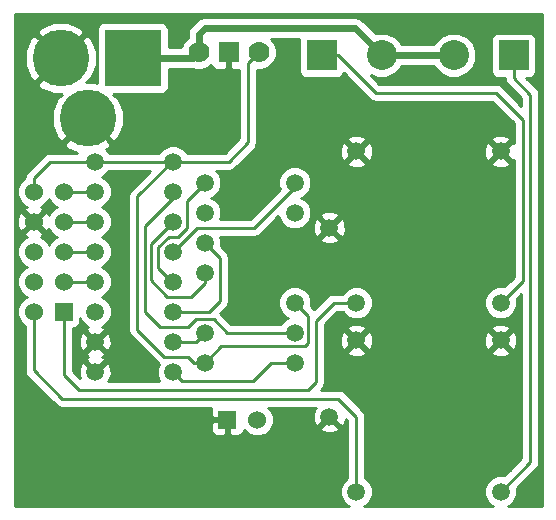
<source format=gbl>
G04 (created by PCBNEW (2013-may-18)-stable) date dim 05 jun 2016 14:26:50 CEST*
%MOIN*%
G04 Gerber Fmt 3.4, Leading zero omitted, Abs format*
%FSLAX34Y34*%
G01*
G70*
G90*
G04 APERTURE LIST*
%ADD10C,0.00590551*%
%ADD11R,0.06X0.06*%
%ADD12C,0.06*%
%ADD13C,0.0590551*%
%ADD14R,0.1X0.1*%
%ADD15C,0.1*%
%ADD16C,0.07*%
%ADD17R,0.07X0.07*%
%ADD18C,0.189*%
%ADD19R,0.189X0.189*%
%ADD20C,0.023622*%
%ADD21C,0.01*%
G04 APERTURE END LIST*
G54D10*
G54D11*
X16200Y-20650D03*
G54D12*
X15200Y-20650D03*
X16200Y-19650D03*
X15200Y-19650D03*
X16200Y-18650D03*
X15200Y-18650D03*
X16200Y-17650D03*
X15200Y-17650D03*
X16200Y-16650D03*
X15200Y-16650D03*
G54D13*
X25052Y-17848D03*
X30761Y-20348D03*
X25958Y-20348D03*
X25958Y-15309D03*
X30761Y-15309D03*
G54D14*
X24800Y-12100D03*
G54D15*
X26800Y-12100D03*
G54D13*
X23900Y-17350D03*
X23900Y-16350D03*
X23900Y-20350D03*
X23900Y-21350D03*
X23900Y-22350D03*
X20900Y-22350D03*
X20900Y-21350D03*
X20900Y-19350D03*
X20900Y-18350D03*
X20900Y-17350D03*
X20900Y-16350D03*
X25052Y-24148D03*
X30761Y-26648D03*
X25958Y-26648D03*
X25958Y-21609D03*
X30761Y-21609D03*
G54D11*
X21650Y-24250D03*
G54D12*
X22650Y-24250D03*
G54D16*
X20700Y-12000D03*
G54D17*
X21700Y-12000D03*
G54D16*
X22700Y-12000D03*
G54D18*
X16100Y-12200D03*
G54D19*
X18500Y-12200D03*
G54D18*
X17000Y-14200D03*
G54D14*
X31200Y-12100D03*
G54D15*
X29200Y-12100D03*
G54D13*
X17250Y-15650D03*
X17250Y-16650D03*
X17250Y-17650D03*
X17250Y-18650D03*
X17250Y-19650D03*
X17250Y-21650D03*
X17250Y-22650D03*
X19850Y-22650D03*
X19850Y-21650D03*
X19850Y-20650D03*
X19850Y-19650D03*
X19850Y-18650D03*
X19850Y-17650D03*
X19850Y-16650D03*
X19850Y-15650D03*
X17250Y-20650D03*
G54D20*
X20700Y-12000D02*
X20700Y-11400D01*
X20700Y-11400D02*
X20900Y-11200D01*
X20900Y-11200D02*
X25900Y-11200D01*
X25900Y-11200D02*
X26800Y-12100D01*
X26800Y-12100D02*
X29200Y-12100D01*
X18500Y-12200D02*
X20500Y-12200D01*
X20500Y-12200D02*
X20700Y-12000D01*
G54D21*
X15200Y-16650D02*
X15200Y-16200D01*
X15750Y-15650D02*
X17250Y-15650D01*
X15200Y-16200D02*
X15750Y-15650D01*
X20900Y-22350D02*
X20550Y-22350D01*
X19800Y-15650D02*
X19850Y-15650D01*
X18650Y-16800D02*
X19800Y-15650D01*
X18650Y-21250D02*
X18650Y-16800D01*
X19550Y-22150D02*
X18650Y-21250D01*
X20350Y-22150D02*
X19550Y-22150D01*
X20550Y-22350D02*
X20350Y-22150D01*
X19850Y-15650D02*
X21700Y-15650D01*
X21700Y-15650D02*
X22350Y-15000D01*
X22350Y-15000D02*
X22350Y-12350D01*
X22350Y-12350D02*
X22700Y-12000D01*
X19850Y-15650D02*
X17250Y-15650D01*
X23900Y-20350D02*
X24350Y-20800D01*
X21450Y-21800D02*
X20900Y-22350D01*
X24250Y-21800D02*
X21450Y-21800D01*
X24350Y-21700D02*
X24250Y-21800D01*
X24350Y-20800D02*
X24350Y-21700D01*
X16200Y-19650D02*
X17250Y-19650D01*
X16200Y-17650D02*
X17250Y-17650D01*
X16200Y-16650D02*
X17250Y-16650D01*
X16200Y-18650D02*
X17250Y-18650D01*
X16200Y-20650D02*
X16200Y-22750D01*
X25201Y-20348D02*
X25958Y-20348D01*
X24600Y-20950D02*
X25201Y-20348D01*
X24600Y-23000D02*
X24600Y-20950D01*
X24350Y-23250D02*
X24600Y-23000D01*
X16700Y-23250D02*
X24350Y-23250D01*
X16200Y-22750D02*
X16700Y-23250D01*
X25958Y-26648D02*
X25958Y-24158D01*
X15200Y-22600D02*
X15200Y-20650D01*
X16150Y-23550D02*
X15200Y-22600D01*
X25350Y-23550D02*
X16150Y-23550D01*
X25958Y-24158D02*
X25350Y-23550D01*
X24800Y-12100D02*
X25350Y-12100D01*
X31500Y-19610D02*
X30761Y-20348D01*
X31500Y-14250D02*
X31500Y-19610D01*
X30600Y-13350D02*
X31500Y-14250D01*
X26600Y-13350D02*
X30600Y-13350D01*
X25350Y-12100D02*
X26600Y-13350D01*
X20900Y-19350D02*
X20900Y-19700D01*
X19100Y-18400D02*
X19850Y-17650D01*
X19100Y-19600D02*
X19100Y-18400D01*
X19650Y-20150D02*
X19100Y-19600D01*
X20450Y-20150D02*
X19650Y-20150D01*
X20900Y-19700D02*
X20450Y-20150D01*
X19850Y-16650D02*
X19850Y-16850D01*
X21650Y-21350D02*
X23900Y-21350D01*
X21200Y-20900D02*
X21650Y-21350D01*
X20600Y-20900D02*
X21200Y-20900D01*
X20350Y-21150D02*
X20600Y-20900D01*
X19400Y-21150D02*
X20350Y-21150D01*
X18899Y-20649D02*
X19400Y-21150D01*
X18899Y-17800D02*
X18899Y-20649D01*
X19850Y-16850D02*
X18899Y-17800D01*
X23900Y-16350D02*
X23900Y-16500D01*
X20650Y-17850D02*
X19850Y-18650D01*
X22550Y-17850D02*
X20650Y-17850D01*
X23900Y-16500D02*
X22550Y-17850D01*
X19850Y-19650D02*
X19800Y-19650D01*
X20300Y-16950D02*
X20900Y-16350D01*
X20300Y-17850D02*
X20300Y-16950D01*
X20000Y-18150D02*
X20300Y-17850D01*
X19700Y-18150D02*
X20000Y-18150D01*
X19350Y-18500D02*
X19700Y-18150D01*
X19350Y-19200D02*
X19350Y-18500D01*
X19800Y-19650D02*
X19350Y-19200D01*
X19850Y-20650D02*
X21050Y-20650D01*
X21400Y-18850D02*
X20900Y-18350D01*
X21400Y-20300D02*
X21400Y-18850D01*
X21050Y-20650D02*
X21400Y-20300D01*
X19850Y-21650D02*
X20600Y-21650D01*
X20600Y-21650D02*
X20900Y-21350D01*
X23900Y-22350D02*
X23100Y-22350D01*
X20150Y-22950D02*
X19850Y-22650D01*
X22500Y-22950D02*
X20150Y-22950D01*
X23100Y-22350D02*
X22500Y-22950D01*
X31200Y-12100D02*
X31200Y-12850D01*
X31760Y-25650D02*
X30761Y-26648D01*
X31760Y-13410D02*
X31760Y-25650D01*
X31200Y-12850D02*
X31760Y-13410D01*
G54D10*
G36*
X19383Y-22950D02*
X17674Y-22950D01*
X17727Y-22935D01*
X17800Y-22730D01*
X17800Y-21730D01*
X17789Y-21513D01*
X17727Y-21364D01*
X17632Y-21338D01*
X17320Y-21650D01*
X17632Y-21961D01*
X17727Y-21935D01*
X17800Y-21730D01*
X17800Y-22730D01*
X17789Y-22513D01*
X17727Y-22364D01*
X17632Y-22338D01*
X17561Y-22408D01*
X17561Y-22267D01*
X17535Y-22172D01*
X17476Y-22151D01*
X17535Y-22127D01*
X17561Y-22032D01*
X17250Y-21720D01*
X17179Y-21791D01*
X17179Y-21650D01*
X16867Y-21338D01*
X16772Y-21364D01*
X16699Y-21569D01*
X16710Y-21786D01*
X16772Y-21935D01*
X16867Y-21961D01*
X17179Y-21650D01*
X17179Y-21791D01*
X16938Y-22032D01*
X16964Y-22127D01*
X17023Y-22148D01*
X16964Y-22172D01*
X16938Y-22267D01*
X17250Y-22579D01*
X17561Y-22267D01*
X17561Y-22408D01*
X17320Y-22650D01*
X17326Y-22655D01*
X17255Y-22726D01*
X17250Y-22720D01*
X17244Y-22726D01*
X17173Y-22655D01*
X17179Y-22650D01*
X16867Y-22338D01*
X16772Y-22364D01*
X16699Y-22569D01*
X16710Y-22786D01*
X16746Y-22872D01*
X16500Y-22625D01*
X16500Y-21200D01*
X16549Y-21200D01*
X16641Y-21162D01*
X16711Y-21091D01*
X16749Y-20999D01*
X16750Y-20900D01*
X16750Y-20867D01*
X16787Y-20958D01*
X16940Y-21111D01*
X17025Y-21147D01*
X16964Y-21172D01*
X16938Y-21267D01*
X17250Y-21579D01*
X17561Y-21267D01*
X17535Y-21172D01*
X17469Y-21149D01*
X17558Y-21112D01*
X17711Y-20959D01*
X17795Y-20758D01*
X17795Y-20542D01*
X17712Y-20341D01*
X17559Y-20188D01*
X17467Y-20150D01*
X17558Y-20112D01*
X17711Y-19959D01*
X17795Y-19758D01*
X17795Y-19542D01*
X17712Y-19341D01*
X17559Y-19188D01*
X17467Y-19150D01*
X17558Y-19112D01*
X17711Y-18959D01*
X17795Y-18758D01*
X17795Y-18542D01*
X17712Y-18341D01*
X17559Y-18188D01*
X17467Y-18150D01*
X17558Y-18112D01*
X17711Y-17959D01*
X17795Y-17758D01*
X17795Y-17542D01*
X17712Y-17341D01*
X17559Y-17188D01*
X17467Y-17150D01*
X17558Y-17112D01*
X17711Y-16959D01*
X17795Y-16758D01*
X17795Y-16542D01*
X17712Y-16341D01*
X17559Y-16188D01*
X17467Y-16150D01*
X17558Y-16112D01*
X17711Y-15959D01*
X17715Y-15950D01*
X19075Y-15950D01*
X18437Y-16587D01*
X18372Y-16685D01*
X18350Y-16800D01*
X18350Y-21250D01*
X18372Y-21364D01*
X18437Y-21462D01*
X19337Y-22362D01*
X19337Y-22362D01*
X19370Y-22383D01*
X19304Y-22541D01*
X19304Y-22757D01*
X19383Y-22950D01*
X19383Y-22950D01*
G37*
G54D21*
X19383Y-22950D02*
X17674Y-22950D01*
X17727Y-22935D01*
X17800Y-22730D01*
X17800Y-21730D01*
X17789Y-21513D01*
X17727Y-21364D01*
X17632Y-21338D01*
X17320Y-21650D01*
X17632Y-21961D01*
X17727Y-21935D01*
X17800Y-21730D01*
X17800Y-22730D01*
X17789Y-22513D01*
X17727Y-22364D01*
X17632Y-22338D01*
X17561Y-22408D01*
X17561Y-22267D01*
X17535Y-22172D01*
X17476Y-22151D01*
X17535Y-22127D01*
X17561Y-22032D01*
X17250Y-21720D01*
X17179Y-21791D01*
X17179Y-21650D01*
X16867Y-21338D01*
X16772Y-21364D01*
X16699Y-21569D01*
X16710Y-21786D01*
X16772Y-21935D01*
X16867Y-21961D01*
X17179Y-21650D01*
X17179Y-21791D01*
X16938Y-22032D01*
X16964Y-22127D01*
X17023Y-22148D01*
X16964Y-22172D01*
X16938Y-22267D01*
X17250Y-22579D01*
X17561Y-22267D01*
X17561Y-22408D01*
X17320Y-22650D01*
X17326Y-22655D01*
X17255Y-22726D01*
X17250Y-22720D01*
X17244Y-22726D01*
X17173Y-22655D01*
X17179Y-22650D01*
X16867Y-22338D01*
X16772Y-22364D01*
X16699Y-22569D01*
X16710Y-22786D01*
X16746Y-22872D01*
X16500Y-22625D01*
X16500Y-21200D01*
X16549Y-21200D01*
X16641Y-21162D01*
X16711Y-21091D01*
X16749Y-20999D01*
X16750Y-20900D01*
X16750Y-20867D01*
X16787Y-20958D01*
X16940Y-21111D01*
X17025Y-21147D01*
X16964Y-21172D01*
X16938Y-21267D01*
X17250Y-21579D01*
X17561Y-21267D01*
X17535Y-21172D01*
X17469Y-21149D01*
X17558Y-21112D01*
X17711Y-20959D01*
X17795Y-20758D01*
X17795Y-20542D01*
X17712Y-20341D01*
X17559Y-20188D01*
X17467Y-20150D01*
X17558Y-20112D01*
X17711Y-19959D01*
X17795Y-19758D01*
X17795Y-19542D01*
X17712Y-19341D01*
X17559Y-19188D01*
X17467Y-19150D01*
X17558Y-19112D01*
X17711Y-18959D01*
X17795Y-18758D01*
X17795Y-18542D01*
X17712Y-18341D01*
X17559Y-18188D01*
X17467Y-18150D01*
X17558Y-18112D01*
X17711Y-17959D01*
X17795Y-17758D01*
X17795Y-17542D01*
X17712Y-17341D01*
X17559Y-17188D01*
X17467Y-17150D01*
X17558Y-17112D01*
X17711Y-16959D01*
X17795Y-16758D01*
X17795Y-16542D01*
X17712Y-16341D01*
X17559Y-16188D01*
X17467Y-16150D01*
X17558Y-16112D01*
X17711Y-15959D01*
X17715Y-15950D01*
X19075Y-15950D01*
X18437Y-16587D01*
X18372Y-16685D01*
X18350Y-16800D01*
X18350Y-21250D01*
X18372Y-21364D01*
X18437Y-21462D01*
X19337Y-22362D01*
X19337Y-22362D01*
X19370Y-22383D01*
X19304Y-22541D01*
X19304Y-22757D01*
X19383Y-22950D01*
G54D10*
G36*
X31460Y-25525D02*
X31311Y-25674D01*
X31311Y-21690D01*
X31300Y-21473D01*
X31238Y-21324D01*
X31143Y-21297D01*
X31073Y-21368D01*
X31073Y-21226D01*
X31046Y-21132D01*
X30842Y-21059D01*
X30625Y-21070D01*
X30476Y-21132D01*
X30449Y-21226D01*
X30761Y-21538D01*
X31073Y-21226D01*
X31073Y-21368D01*
X30832Y-21609D01*
X31143Y-21921D01*
X31238Y-21894D01*
X31311Y-21690D01*
X31311Y-25674D01*
X31073Y-25912D01*
X31073Y-21991D01*
X30761Y-21680D01*
X30690Y-21750D01*
X30690Y-21609D01*
X30378Y-21297D01*
X30284Y-21324D01*
X30211Y-21528D01*
X30222Y-21745D01*
X30284Y-21894D01*
X30378Y-21921D01*
X30690Y-21609D01*
X30690Y-21750D01*
X30449Y-21991D01*
X30476Y-22086D01*
X30680Y-22159D01*
X30897Y-22148D01*
X31046Y-22086D01*
X31073Y-21991D01*
X31073Y-25912D01*
X30878Y-26107D01*
X30870Y-26103D01*
X30653Y-26103D01*
X30452Y-26186D01*
X30299Y-26339D01*
X30216Y-26539D01*
X30216Y-26756D01*
X30298Y-26957D01*
X30452Y-27110D01*
X30499Y-27130D01*
X26508Y-27130D01*
X26508Y-21690D01*
X26508Y-15390D01*
X26497Y-15173D01*
X26435Y-15024D01*
X26340Y-14997D01*
X26270Y-15068D01*
X26270Y-14926D01*
X26243Y-14832D01*
X26038Y-14759D01*
X25822Y-14770D01*
X25673Y-14832D01*
X25646Y-14926D01*
X25958Y-15238D01*
X26270Y-14926D01*
X26270Y-15068D01*
X26028Y-15309D01*
X26340Y-15621D01*
X26435Y-15594D01*
X26508Y-15390D01*
X26508Y-21690D01*
X26497Y-21473D01*
X26435Y-21324D01*
X26340Y-21297D01*
X26270Y-21368D01*
X26270Y-21226D01*
X26243Y-21132D01*
X26038Y-21059D01*
X25822Y-21070D01*
X25673Y-21132D01*
X25646Y-21226D01*
X25958Y-21538D01*
X26270Y-21226D01*
X26270Y-21368D01*
X26028Y-21609D01*
X26340Y-21921D01*
X26435Y-21894D01*
X26508Y-21690D01*
X26508Y-27130D01*
X26220Y-27130D01*
X26266Y-27111D01*
X26420Y-26958D01*
X26503Y-26757D01*
X26503Y-26540D01*
X26420Y-26340D01*
X26270Y-26189D01*
X26270Y-21991D01*
X25958Y-21680D01*
X25887Y-21750D01*
X25887Y-21609D01*
X25575Y-21297D01*
X25480Y-21324D01*
X25408Y-21528D01*
X25419Y-21745D01*
X25480Y-21894D01*
X25575Y-21921D01*
X25887Y-21609D01*
X25887Y-21750D01*
X25646Y-21991D01*
X25673Y-22086D01*
X25877Y-22159D01*
X26094Y-22148D01*
X26243Y-22086D01*
X26270Y-21991D01*
X26270Y-26189D01*
X26267Y-26186D01*
X26258Y-26182D01*
X26258Y-24158D01*
X26258Y-24158D01*
X26235Y-24043D01*
X26170Y-23946D01*
X26170Y-23946D01*
X25562Y-23337D01*
X25464Y-23272D01*
X25350Y-23250D01*
X24774Y-23250D01*
X24812Y-23212D01*
X24812Y-23212D01*
X24877Y-23114D01*
X24899Y-23000D01*
X24900Y-23000D01*
X24900Y-21074D01*
X25325Y-20648D01*
X25492Y-20648D01*
X25495Y-20657D01*
X25648Y-20810D01*
X25849Y-20893D01*
X26066Y-20894D01*
X26266Y-20811D01*
X26420Y-20658D01*
X26503Y-20457D01*
X26503Y-20240D01*
X26420Y-20040D01*
X26270Y-19889D01*
X26270Y-15691D01*
X25958Y-15380D01*
X25887Y-15450D01*
X25887Y-15309D01*
X25575Y-14997D01*
X25480Y-15024D01*
X25408Y-15228D01*
X25419Y-15445D01*
X25480Y-15594D01*
X25575Y-15621D01*
X25887Y-15309D01*
X25887Y-15450D01*
X25646Y-15691D01*
X25673Y-15786D01*
X25877Y-15859D01*
X26094Y-15848D01*
X26243Y-15786D01*
X26270Y-15691D01*
X26270Y-19889D01*
X26267Y-19886D01*
X26067Y-19803D01*
X25850Y-19803D01*
X25649Y-19886D01*
X25602Y-19933D01*
X25602Y-17929D01*
X25591Y-17712D01*
X25530Y-17563D01*
X25435Y-17537D01*
X25364Y-17607D01*
X25364Y-17466D01*
X25337Y-17371D01*
X25133Y-17298D01*
X24916Y-17309D01*
X24767Y-17371D01*
X24740Y-17466D01*
X25052Y-17778D01*
X25364Y-17466D01*
X25364Y-17607D01*
X25123Y-17848D01*
X25435Y-18160D01*
X25530Y-18133D01*
X25602Y-17929D01*
X25602Y-19933D01*
X25496Y-20039D01*
X25492Y-20048D01*
X25364Y-20048D01*
X25364Y-18231D01*
X25052Y-17919D01*
X24982Y-17990D01*
X24982Y-17848D01*
X24670Y-17537D01*
X24575Y-17563D01*
X24502Y-17768D01*
X24513Y-17984D01*
X24575Y-18133D01*
X24670Y-18160D01*
X24982Y-17848D01*
X24982Y-17990D01*
X24740Y-18231D01*
X24767Y-18326D01*
X24972Y-18398D01*
X25188Y-18387D01*
X25337Y-18326D01*
X25364Y-18231D01*
X25364Y-20048D01*
X25201Y-20048D01*
X25086Y-20071D01*
X24989Y-20136D01*
X24550Y-20575D01*
X24441Y-20467D01*
X24445Y-20458D01*
X24445Y-20242D01*
X24362Y-20041D01*
X24209Y-19888D01*
X24008Y-19804D01*
X23792Y-19804D01*
X23591Y-19887D01*
X23438Y-20040D01*
X23354Y-20241D01*
X23354Y-20457D01*
X23437Y-20658D01*
X23590Y-20811D01*
X23682Y-20849D01*
X23591Y-20887D01*
X23438Y-21040D01*
X23434Y-21050D01*
X21774Y-21050D01*
X21424Y-20700D01*
X21612Y-20512D01*
X21612Y-20512D01*
X21677Y-20414D01*
X21699Y-20300D01*
X21700Y-20300D01*
X21700Y-18850D01*
X21677Y-18735D01*
X21612Y-18637D01*
X21612Y-18637D01*
X21441Y-18467D01*
X21445Y-18458D01*
X21445Y-18242D01*
X21407Y-18150D01*
X22550Y-18150D01*
X22550Y-18149D01*
X22664Y-18127D01*
X22664Y-18127D01*
X22762Y-18062D01*
X23358Y-17466D01*
X23437Y-17658D01*
X23590Y-17811D01*
X23791Y-17895D01*
X24007Y-17895D01*
X24208Y-17812D01*
X24361Y-17659D01*
X24445Y-17458D01*
X24445Y-17242D01*
X24362Y-17041D01*
X24209Y-16888D01*
X24117Y-16850D01*
X24208Y-16812D01*
X24361Y-16659D01*
X24445Y-16458D01*
X24445Y-16242D01*
X24362Y-16041D01*
X24209Y-15888D01*
X24008Y-15804D01*
X23792Y-15804D01*
X23591Y-15887D01*
X23438Y-16040D01*
X23354Y-16241D01*
X23354Y-16457D01*
X23402Y-16573D01*
X22425Y-17550D01*
X21407Y-17550D01*
X21445Y-17458D01*
X21445Y-17242D01*
X21362Y-17041D01*
X21209Y-16888D01*
X21117Y-16850D01*
X21208Y-16812D01*
X21361Y-16659D01*
X21445Y-16458D01*
X21445Y-16242D01*
X21362Y-16041D01*
X21271Y-15950D01*
X21700Y-15950D01*
X21700Y-15949D01*
X21814Y-15927D01*
X21814Y-15927D01*
X21912Y-15862D01*
X22562Y-15212D01*
X22562Y-15212D01*
X22627Y-15114D01*
X22649Y-15000D01*
X22650Y-15000D01*
X22650Y-12599D01*
X22818Y-12600D01*
X23039Y-12508D01*
X23208Y-12340D01*
X23299Y-12119D01*
X23300Y-11881D01*
X23208Y-11660D01*
X23116Y-11568D01*
X24050Y-11568D01*
X24049Y-11649D01*
X24049Y-12649D01*
X24087Y-12741D01*
X24158Y-12811D01*
X24250Y-12849D01*
X24349Y-12850D01*
X25349Y-12850D01*
X25441Y-12812D01*
X25511Y-12741D01*
X25528Y-12702D01*
X26387Y-13562D01*
X26485Y-13627D01*
X26600Y-13650D01*
X30475Y-13650D01*
X31200Y-14374D01*
X31200Y-15013D01*
X31143Y-14997D01*
X31073Y-15068D01*
X31073Y-14926D01*
X31046Y-14832D01*
X30842Y-14759D01*
X30625Y-14770D01*
X30476Y-14832D01*
X30449Y-14926D01*
X30761Y-15238D01*
X31073Y-14926D01*
X31073Y-15068D01*
X30832Y-15309D01*
X31143Y-15621D01*
X31200Y-15605D01*
X31200Y-19485D01*
X31073Y-19612D01*
X31073Y-15691D01*
X30761Y-15380D01*
X30690Y-15450D01*
X30690Y-15309D01*
X30378Y-14997D01*
X30284Y-15024D01*
X30211Y-15228D01*
X30222Y-15445D01*
X30284Y-15594D01*
X30378Y-15621D01*
X30690Y-15309D01*
X30690Y-15450D01*
X30449Y-15691D01*
X30476Y-15786D01*
X30680Y-15859D01*
X30897Y-15848D01*
X31046Y-15786D01*
X31073Y-15691D01*
X31073Y-19612D01*
X30878Y-19807D01*
X30870Y-19803D01*
X30653Y-19803D01*
X30452Y-19886D01*
X30299Y-20039D01*
X30216Y-20239D01*
X30216Y-20456D01*
X30298Y-20657D01*
X30452Y-20810D01*
X30652Y-20893D01*
X30869Y-20894D01*
X31069Y-20811D01*
X31223Y-20658D01*
X31306Y-20457D01*
X31306Y-20240D01*
X31302Y-20231D01*
X31460Y-20074D01*
X31460Y-25525D01*
X31460Y-25525D01*
G37*
G54D21*
X31460Y-25525D02*
X31311Y-25674D01*
X31311Y-21690D01*
X31300Y-21473D01*
X31238Y-21324D01*
X31143Y-21297D01*
X31073Y-21368D01*
X31073Y-21226D01*
X31046Y-21132D01*
X30842Y-21059D01*
X30625Y-21070D01*
X30476Y-21132D01*
X30449Y-21226D01*
X30761Y-21538D01*
X31073Y-21226D01*
X31073Y-21368D01*
X30832Y-21609D01*
X31143Y-21921D01*
X31238Y-21894D01*
X31311Y-21690D01*
X31311Y-25674D01*
X31073Y-25912D01*
X31073Y-21991D01*
X30761Y-21680D01*
X30690Y-21750D01*
X30690Y-21609D01*
X30378Y-21297D01*
X30284Y-21324D01*
X30211Y-21528D01*
X30222Y-21745D01*
X30284Y-21894D01*
X30378Y-21921D01*
X30690Y-21609D01*
X30690Y-21750D01*
X30449Y-21991D01*
X30476Y-22086D01*
X30680Y-22159D01*
X30897Y-22148D01*
X31046Y-22086D01*
X31073Y-21991D01*
X31073Y-25912D01*
X30878Y-26107D01*
X30870Y-26103D01*
X30653Y-26103D01*
X30452Y-26186D01*
X30299Y-26339D01*
X30216Y-26539D01*
X30216Y-26756D01*
X30298Y-26957D01*
X30452Y-27110D01*
X30499Y-27130D01*
X26508Y-27130D01*
X26508Y-21690D01*
X26508Y-15390D01*
X26497Y-15173D01*
X26435Y-15024D01*
X26340Y-14997D01*
X26270Y-15068D01*
X26270Y-14926D01*
X26243Y-14832D01*
X26038Y-14759D01*
X25822Y-14770D01*
X25673Y-14832D01*
X25646Y-14926D01*
X25958Y-15238D01*
X26270Y-14926D01*
X26270Y-15068D01*
X26028Y-15309D01*
X26340Y-15621D01*
X26435Y-15594D01*
X26508Y-15390D01*
X26508Y-21690D01*
X26497Y-21473D01*
X26435Y-21324D01*
X26340Y-21297D01*
X26270Y-21368D01*
X26270Y-21226D01*
X26243Y-21132D01*
X26038Y-21059D01*
X25822Y-21070D01*
X25673Y-21132D01*
X25646Y-21226D01*
X25958Y-21538D01*
X26270Y-21226D01*
X26270Y-21368D01*
X26028Y-21609D01*
X26340Y-21921D01*
X26435Y-21894D01*
X26508Y-21690D01*
X26508Y-27130D01*
X26220Y-27130D01*
X26266Y-27111D01*
X26420Y-26958D01*
X26503Y-26757D01*
X26503Y-26540D01*
X26420Y-26340D01*
X26270Y-26189D01*
X26270Y-21991D01*
X25958Y-21680D01*
X25887Y-21750D01*
X25887Y-21609D01*
X25575Y-21297D01*
X25480Y-21324D01*
X25408Y-21528D01*
X25419Y-21745D01*
X25480Y-21894D01*
X25575Y-21921D01*
X25887Y-21609D01*
X25887Y-21750D01*
X25646Y-21991D01*
X25673Y-22086D01*
X25877Y-22159D01*
X26094Y-22148D01*
X26243Y-22086D01*
X26270Y-21991D01*
X26270Y-26189D01*
X26267Y-26186D01*
X26258Y-26182D01*
X26258Y-24158D01*
X26258Y-24158D01*
X26235Y-24043D01*
X26170Y-23946D01*
X26170Y-23946D01*
X25562Y-23337D01*
X25464Y-23272D01*
X25350Y-23250D01*
X24774Y-23250D01*
X24812Y-23212D01*
X24812Y-23212D01*
X24877Y-23114D01*
X24899Y-23000D01*
X24900Y-23000D01*
X24900Y-21074D01*
X25325Y-20648D01*
X25492Y-20648D01*
X25495Y-20657D01*
X25648Y-20810D01*
X25849Y-20893D01*
X26066Y-20894D01*
X26266Y-20811D01*
X26420Y-20658D01*
X26503Y-20457D01*
X26503Y-20240D01*
X26420Y-20040D01*
X26270Y-19889D01*
X26270Y-15691D01*
X25958Y-15380D01*
X25887Y-15450D01*
X25887Y-15309D01*
X25575Y-14997D01*
X25480Y-15024D01*
X25408Y-15228D01*
X25419Y-15445D01*
X25480Y-15594D01*
X25575Y-15621D01*
X25887Y-15309D01*
X25887Y-15450D01*
X25646Y-15691D01*
X25673Y-15786D01*
X25877Y-15859D01*
X26094Y-15848D01*
X26243Y-15786D01*
X26270Y-15691D01*
X26270Y-19889D01*
X26267Y-19886D01*
X26067Y-19803D01*
X25850Y-19803D01*
X25649Y-19886D01*
X25602Y-19933D01*
X25602Y-17929D01*
X25591Y-17712D01*
X25530Y-17563D01*
X25435Y-17537D01*
X25364Y-17607D01*
X25364Y-17466D01*
X25337Y-17371D01*
X25133Y-17298D01*
X24916Y-17309D01*
X24767Y-17371D01*
X24740Y-17466D01*
X25052Y-17778D01*
X25364Y-17466D01*
X25364Y-17607D01*
X25123Y-17848D01*
X25435Y-18160D01*
X25530Y-18133D01*
X25602Y-17929D01*
X25602Y-19933D01*
X25496Y-20039D01*
X25492Y-20048D01*
X25364Y-20048D01*
X25364Y-18231D01*
X25052Y-17919D01*
X24982Y-17990D01*
X24982Y-17848D01*
X24670Y-17537D01*
X24575Y-17563D01*
X24502Y-17768D01*
X24513Y-17984D01*
X24575Y-18133D01*
X24670Y-18160D01*
X24982Y-17848D01*
X24982Y-17990D01*
X24740Y-18231D01*
X24767Y-18326D01*
X24972Y-18398D01*
X25188Y-18387D01*
X25337Y-18326D01*
X25364Y-18231D01*
X25364Y-20048D01*
X25201Y-20048D01*
X25086Y-20071D01*
X24989Y-20136D01*
X24550Y-20575D01*
X24441Y-20467D01*
X24445Y-20458D01*
X24445Y-20242D01*
X24362Y-20041D01*
X24209Y-19888D01*
X24008Y-19804D01*
X23792Y-19804D01*
X23591Y-19887D01*
X23438Y-20040D01*
X23354Y-20241D01*
X23354Y-20457D01*
X23437Y-20658D01*
X23590Y-20811D01*
X23682Y-20849D01*
X23591Y-20887D01*
X23438Y-21040D01*
X23434Y-21050D01*
X21774Y-21050D01*
X21424Y-20700D01*
X21612Y-20512D01*
X21612Y-20512D01*
X21677Y-20414D01*
X21699Y-20300D01*
X21700Y-20300D01*
X21700Y-18850D01*
X21677Y-18735D01*
X21612Y-18637D01*
X21612Y-18637D01*
X21441Y-18467D01*
X21445Y-18458D01*
X21445Y-18242D01*
X21407Y-18150D01*
X22550Y-18150D01*
X22550Y-18149D01*
X22664Y-18127D01*
X22664Y-18127D01*
X22762Y-18062D01*
X23358Y-17466D01*
X23437Y-17658D01*
X23590Y-17811D01*
X23791Y-17895D01*
X24007Y-17895D01*
X24208Y-17812D01*
X24361Y-17659D01*
X24445Y-17458D01*
X24445Y-17242D01*
X24362Y-17041D01*
X24209Y-16888D01*
X24117Y-16850D01*
X24208Y-16812D01*
X24361Y-16659D01*
X24445Y-16458D01*
X24445Y-16242D01*
X24362Y-16041D01*
X24209Y-15888D01*
X24008Y-15804D01*
X23792Y-15804D01*
X23591Y-15887D01*
X23438Y-16040D01*
X23354Y-16241D01*
X23354Y-16457D01*
X23402Y-16573D01*
X22425Y-17550D01*
X21407Y-17550D01*
X21445Y-17458D01*
X21445Y-17242D01*
X21362Y-17041D01*
X21209Y-16888D01*
X21117Y-16850D01*
X21208Y-16812D01*
X21361Y-16659D01*
X21445Y-16458D01*
X21445Y-16242D01*
X21362Y-16041D01*
X21271Y-15950D01*
X21700Y-15950D01*
X21700Y-15949D01*
X21814Y-15927D01*
X21814Y-15927D01*
X21912Y-15862D01*
X22562Y-15212D01*
X22562Y-15212D01*
X22627Y-15114D01*
X22649Y-15000D01*
X22650Y-15000D01*
X22650Y-12599D01*
X22818Y-12600D01*
X23039Y-12508D01*
X23208Y-12340D01*
X23299Y-12119D01*
X23300Y-11881D01*
X23208Y-11660D01*
X23116Y-11568D01*
X24050Y-11568D01*
X24049Y-11649D01*
X24049Y-12649D01*
X24087Y-12741D01*
X24158Y-12811D01*
X24250Y-12849D01*
X24349Y-12850D01*
X25349Y-12850D01*
X25441Y-12812D01*
X25511Y-12741D01*
X25528Y-12702D01*
X26387Y-13562D01*
X26485Y-13627D01*
X26600Y-13650D01*
X30475Y-13650D01*
X31200Y-14374D01*
X31200Y-15013D01*
X31143Y-14997D01*
X31073Y-15068D01*
X31073Y-14926D01*
X31046Y-14832D01*
X30842Y-14759D01*
X30625Y-14770D01*
X30476Y-14832D01*
X30449Y-14926D01*
X30761Y-15238D01*
X31073Y-14926D01*
X31073Y-15068D01*
X30832Y-15309D01*
X31143Y-15621D01*
X31200Y-15605D01*
X31200Y-19485D01*
X31073Y-19612D01*
X31073Y-15691D01*
X30761Y-15380D01*
X30690Y-15450D01*
X30690Y-15309D01*
X30378Y-14997D01*
X30284Y-15024D01*
X30211Y-15228D01*
X30222Y-15445D01*
X30284Y-15594D01*
X30378Y-15621D01*
X30690Y-15309D01*
X30690Y-15450D01*
X30449Y-15691D01*
X30476Y-15786D01*
X30680Y-15859D01*
X30897Y-15848D01*
X31046Y-15786D01*
X31073Y-15691D01*
X31073Y-19612D01*
X30878Y-19807D01*
X30870Y-19803D01*
X30653Y-19803D01*
X30452Y-19886D01*
X30299Y-20039D01*
X30216Y-20239D01*
X30216Y-20456D01*
X30298Y-20657D01*
X30452Y-20810D01*
X30652Y-20893D01*
X30869Y-20894D01*
X31069Y-20811D01*
X31223Y-20658D01*
X31306Y-20457D01*
X31306Y-20240D01*
X31302Y-20231D01*
X31460Y-20074D01*
X31460Y-25525D01*
G54D10*
G36*
X32130Y-27130D02*
X31023Y-27130D01*
X31069Y-27111D01*
X31223Y-26958D01*
X31306Y-26757D01*
X31306Y-26540D01*
X31302Y-26531D01*
X31972Y-25862D01*
X31972Y-25862D01*
X32037Y-25765D01*
X32059Y-25650D01*
X32060Y-25650D01*
X32060Y-13410D01*
X32037Y-13295D01*
X31972Y-13197D01*
X31972Y-13197D01*
X31624Y-12850D01*
X31749Y-12850D01*
X31841Y-12812D01*
X31911Y-12741D01*
X31949Y-12649D01*
X31950Y-12550D01*
X31950Y-11550D01*
X31912Y-11458D01*
X31841Y-11388D01*
X31749Y-11350D01*
X31650Y-11349D01*
X30650Y-11349D01*
X30558Y-11387D01*
X30488Y-11458D01*
X30450Y-11550D01*
X30449Y-11649D01*
X30449Y-12649D01*
X30487Y-12741D01*
X30558Y-12811D01*
X30650Y-12849D01*
X30749Y-12850D01*
X30900Y-12850D01*
X30900Y-12850D01*
X30922Y-12964D01*
X30987Y-13062D01*
X31460Y-13534D01*
X31460Y-13785D01*
X30812Y-13137D01*
X30714Y-13072D01*
X30600Y-13050D01*
X26724Y-13050D01*
X26434Y-12760D01*
X26650Y-12849D01*
X26948Y-12850D01*
X27224Y-12736D01*
X27435Y-12525D01*
X27459Y-12468D01*
X28540Y-12468D01*
X28563Y-12524D01*
X28774Y-12735D01*
X29050Y-12849D01*
X29348Y-12850D01*
X29624Y-12736D01*
X29835Y-12525D01*
X29949Y-12249D01*
X29950Y-11951D01*
X29836Y-11675D01*
X29625Y-11464D01*
X29349Y-11350D01*
X29051Y-11349D01*
X28775Y-11463D01*
X28564Y-11674D01*
X28540Y-11731D01*
X27459Y-11731D01*
X27436Y-11675D01*
X27225Y-11464D01*
X26949Y-11350D01*
X26651Y-11349D01*
X26594Y-11373D01*
X26160Y-10939D01*
X26040Y-10859D01*
X25900Y-10831D01*
X20900Y-10831D01*
X20759Y-10859D01*
X20639Y-10939D01*
X20639Y-10939D01*
X20439Y-11139D01*
X20359Y-11259D01*
X20331Y-11400D01*
X20331Y-11519D01*
X20191Y-11659D01*
X20120Y-11831D01*
X19695Y-11831D01*
X19695Y-11205D01*
X19657Y-11113D01*
X19586Y-11043D01*
X19494Y-11005D01*
X19395Y-11004D01*
X17505Y-11004D01*
X17413Y-11042D01*
X17343Y-11113D01*
X17305Y-11205D01*
X17304Y-11304D01*
X17304Y-13033D01*
X17295Y-13029D01*
X17235Y-13004D01*
X16975Y-13005D01*
X16951Y-12981D01*
X17114Y-12875D01*
X17295Y-12435D01*
X17294Y-11960D01*
X17114Y-11524D01*
X16951Y-11418D01*
X16881Y-11489D01*
X16881Y-11348D01*
X16775Y-11185D01*
X16335Y-11004D01*
X15860Y-11005D01*
X15424Y-11185D01*
X15318Y-11348D01*
X16100Y-12129D01*
X16881Y-11348D01*
X16881Y-11489D01*
X16170Y-12200D01*
X16176Y-12205D01*
X16105Y-12276D01*
X16100Y-12270D01*
X16029Y-12341D01*
X16029Y-12200D01*
X15248Y-11418D01*
X15085Y-11524D01*
X14904Y-11964D01*
X14905Y-12439D01*
X15085Y-12875D01*
X15248Y-12981D01*
X16029Y-12200D01*
X16029Y-12341D01*
X15318Y-13051D01*
X15424Y-13214D01*
X15864Y-13395D01*
X16124Y-13394D01*
X16148Y-13418D01*
X15985Y-13524D01*
X15804Y-13964D01*
X15805Y-14439D01*
X15985Y-14875D01*
X16148Y-14981D01*
X16929Y-14200D01*
X16923Y-14194D01*
X16994Y-14123D01*
X17000Y-14129D01*
X17005Y-14123D01*
X17076Y-14194D01*
X17070Y-14200D01*
X17851Y-14981D01*
X18014Y-14875D01*
X18195Y-14435D01*
X18194Y-13960D01*
X18014Y-13524D01*
X17851Y-13418D01*
X17875Y-13395D01*
X19494Y-13395D01*
X19586Y-13357D01*
X19656Y-13286D01*
X19694Y-13194D01*
X19695Y-13095D01*
X19695Y-12568D01*
X20500Y-12568D01*
X20502Y-12567D01*
X20580Y-12599D01*
X20818Y-12600D01*
X21039Y-12508D01*
X21114Y-12434D01*
X21137Y-12491D01*
X21208Y-12561D01*
X21300Y-12599D01*
X21399Y-12600D01*
X21587Y-12600D01*
X21650Y-12537D01*
X21650Y-12050D01*
X21642Y-12050D01*
X21642Y-11950D01*
X21650Y-11950D01*
X21650Y-11942D01*
X21750Y-11942D01*
X21750Y-11950D01*
X21757Y-11950D01*
X21757Y-12050D01*
X21750Y-12050D01*
X21750Y-12537D01*
X21812Y-12600D01*
X22000Y-12600D01*
X22050Y-12599D01*
X22050Y-14875D01*
X21575Y-15350D01*
X20316Y-15350D01*
X20312Y-15341D01*
X20159Y-15188D01*
X19958Y-15104D01*
X19742Y-15104D01*
X19541Y-15187D01*
X19388Y-15340D01*
X19384Y-15350D01*
X18195Y-15350D01*
X17716Y-15350D01*
X17712Y-15341D01*
X17611Y-15240D01*
X17675Y-15214D01*
X17781Y-15051D01*
X17000Y-14270D01*
X16929Y-14341D01*
X16218Y-15051D01*
X16324Y-15214D01*
X16654Y-15350D01*
X15750Y-15350D01*
X15635Y-15372D01*
X15537Y-15437D01*
X14987Y-15987D01*
X14922Y-16085D01*
X14904Y-16176D01*
X14888Y-16183D01*
X14734Y-16338D01*
X14650Y-16540D01*
X14649Y-16758D01*
X14733Y-16961D01*
X14888Y-17115D01*
X14963Y-17147D01*
X14912Y-17168D01*
X14884Y-17264D01*
X15200Y-17579D01*
X15515Y-17264D01*
X15487Y-17168D01*
X15432Y-17149D01*
X15511Y-17116D01*
X15665Y-16961D01*
X15699Y-16880D01*
X15733Y-16961D01*
X15888Y-17115D01*
X15969Y-17149D01*
X15888Y-17183D01*
X15734Y-17338D01*
X15702Y-17413D01*
X15681Y-17362D01*
X15585Y-17334D01*
X15270Y-17650D01*
X15585Y-17965D01*
X15681Y-17937D01*
X15700Y-17882D01*
X15733Y-17961D01*
X15888Y-18115D01*
X15969Y-18149D01*
X15888Y-18183D01*
X15734Y-18338D01*
X15700Y-18419D01*
X15666Y-18338D01*
X15511Y-18184D01*
X15436Y-18152D01*
X15487Y-18131D01*
X15515Y-18035D01*
X15200Y-17720D01*
X15129Y-17791D01*
X15129Y-17650D01*
X14814Y-17334D01*
X14718Y-17362D01*
X14645Y-17568D01*
X14656Y-17786D01*
X14718Y-17937D01*
X14814Y-17965D01*
X15129Y-17650D01*
X15129Y-17791D01*
X14884Y-18035D01*
X14912Y-18131D01*
X14967Y-18150D01*
X14888Y-18183D01*
X14734Y-18338D01*
X14650Y-18540D01*
X14649Y-18758D01*
X14733Y-18961D01*
X14888Y-19115D01*
X14969Y-19149D01*
X14888Y-19183D01*
X14734Y-19338D01*
X14650Y-19540D01*
X14649Y-19758D01*
X14733Y-19961D01*
X14888Y-20115D01*
X14969Y-20149D01*
X14888Y-20183D01*
X14734Y-20338D01*
X14650Y-20540D01*
X14649Y-20758D01*
X14733Y-20961D01*
X14888Y-21115D01*
X14900Y-21120D01*
X14900Y-22600D01*
X14922Y-22714D01*
X14987Y-22812D01*
X15937Y-23762D01*
X15937Y-23762D01*
X16035Y-23827D01*
X16150Y-23850D01*
X21120Y-23850D01*
X21100Y-23900D01*
X21099Y-23999D01*
X21100Y-24137D01*
X21162Y-24200D01*
X21600Y-24200D01*
X21600Y-24192D01*
X21700Y-24192D01*
X21700Y-24200D01*
X21707Y-24200D01*
X21707Y-24300D01*
X21700Y-24300D01*
X21700Y-24737D01*
X21762Y-24800D01*
X21999Y-24800D01*
X22091Y-24762D01*
X22161Y-24691D01*
X22199Y-24599D01*
X22199Y-24577D01*
X22338Y-24715D01*
X22540Y-24799D01*
X22758Y-24800D01*
X22961Y-24716D01*
X23115Y-24561D01*
X23199Y-24359D01*
X23200Y-24141D01*
X23116Y-23938D01*
X23027Y-23850D01*
X24624Y-23850D01*
X24575Y-23863D01*
X24502Y-24068D01*
X24513Y-24284D01*
X24575Y-24433D01*
X24670Y-24460D01*
X24982Y-24148D01*
X24976Y-24143D01*
X25047Y-24072D01*
X25052Y-24078D01*
X25058Y-24072D01*
X25129Y-24143D01*
X25123Y-24148D01*
X25435Y-24460D01*
X25530Y-24433D01*
X25602Y-24229D01*
X25602Y-24226D01*
X25658Y-24282D01*
X25658Y-26182D01*
X25649Y-26186D01*
X25496Y-26339D01*
X25413Y-26539D01*
X25412Y-26756D01*
X25495Y-26957D01*
X25648Y-27110D01*
X25695Y-27130D01*
X25364Y-27130D01*
X25364Y-24531D01*
X25052Y-24219D01*
X24740Y-24531D01*
X24767Y-24626D01*
X24972Y-24698D01*
X25188Y-24687D01*
X25337Y-24626D01*
X25364Y-24531D01*
X25364Y-27130D01*
X21600Y-27130D01*
X21600Y-24737D01*
X21600Y-24300D01*
X21162Y-24300D01*
X21100Y-24362D01*
X21099Y-24500D01*
X21100Y-24599D01*
X21138Y-24691D01*
X21208Y-24762D01*
X21300Y-24800D01*
X21537Y-24800D01*
X21600Y-24737D01*
X21600Y-27130D01*
X14569Y-27130D01*
X14569Y-10719D01*
X27800Y-10719D01*
X32130Y-10719D01*
X32130Y-27130D01*
X32130Y-27130D01*
G37*
G54D21*
X32130Y-27130D02*
X31023Y-27130D01*
X31069Y-27111D01*
X31223Y-26958D01*
X31306Y-26757D01*
X31306Y-26540D01*
X31302Y-26531D01*
X31972Y-25862D01*
X31972Y-25862D01*
X32037Y-25765D01*
X32059Y-25650D01*
X32060Y-25650D01*
X32060Y-13410D01*
X32037Y-13295D01*
X31972Y-13197D01*
X31972Y-13197D01*
X31624Y-12850D01*
X31749Y-12850D01*
X31841Y-12812D01*
X31911Y-12741D01*
X31949Y-12649D01*
X31950Y-12550D01*
X31950Y-11550D01*
X31912Y-11458D01*
X31841Y-11388D01*
X31749Y-11350D01*
X31650Y-11349D01*
X30650Y-11349D01*
X30558Y-11387D01*
X30488Y-11458D01*
X30450Y-11550D01*
X30449Y-11649D01*
X30449Y-12649D01*
X30487Y-12741D01*
X30558Y-12811D01*
X30650Y-12849D01*
X30749Y-12850D01*
X30900Y-12850D01*
X30900Y-12850D01*
X30922Y-12964D01*
X30987Y-13062D01*
X31460Y-13534D01*
X31460Y-13785D01*
X30812Y-13137D01*
X30714Y-13072D01*
X30600Y-13050D01*
X26724Y-13050D01*
X26434Y-12760D01*
X26650Y-12849D01*
X26948Y-12850D01*
X27224Y-12736D01*
X27435Y-12525D01*
X27459Y-12468D01*
X28540Y-12468D01*
X28563Y-12524D01*
X28774Y-12735D01*
X29050Y-12849D01*
X29348Y-12850D01*
X29624Y-12736D01*
X29835Y-12525D01*
X29949Y-12249D01*
X29950Y-11951D01*
X29836Y-11675D01*
X29625Y-11464D01*
X29349Y-11350D01*
X29051Y-11349D01*
X28775Y-11463D01*
X28564Y-11674D01*
X28540Y-11731D01*
X27459Y-11731D01*
X27436Y-11675D01*
X27225Y-11464D01*
X26949Y-11350D01*
X26651Y-11349D01*
X26594Y-11373D01*
X26160Y-10939D01*
X26040Y-10859D01*
X25900Y-10831D01*
X20900Y-10831D01*
X20759Y-10859D01*
X20639Y-10939D01*
X20639Y-10939D01*
X20439Y-11139D01*
X20359Y-11259D01*
X20331Y-11400D01*
X20331Y-11519D01*
X20191Y-11659D01*
X20120Y-11831D01*
X19695Y-11831D01*
X19695Y-11205D01*
X19657Y-11113D01*
X19586Y-11043D01*
X19494Y-11005D01*
X19395Y-11004D01*
X17505Y-11004D01*
X17413Y-11042D01*
X17343Y-11113D01*
X17305Y-11205D01*
X17304Y-11304D01*
X17304Y-13033D01*
X17295Y-13029D01*
X17235Y-13004D01*
X16975Y-13005D01*
X16951Y-12981D01*
X17114Y-12875D01*
X17295Y-12435D01*
X17294Y-11960D01*
X17114Y-11524D01*
X16951Y-11418D01*
X16881Y-11489D01*
X16881Y-11348D01*
X16775Y-11185D01*
X16335Y-11004D01*
X15860Y-11005D01*
X15424Y-11185D01*
X15318Y-11348D01*
X16100Y-12129D01*
X16881Y-11348D01*
X16881Y-11489D01*
X16170Y-12200D01*
X16176Y-12205D01*
X16105Y-12276D01*
X16100Y-12270D01*
X16029Y-12341D01*
X16029Y-12200D01*
X15248Y-11418D01*
X15085Y-11524D01*
X14904Y-11964D01*
X14905Y-12439D01*
X15085Y-12875D01*
X15248Y-12981D01*
X16029Y-12200D01*
X16029Y-12341D01*
X15318Y-13051D01*
X15424Y-13214D01*
X15864Y-13395D01*
X16124Y-13394D01*
X16148Y-13418D01*
X15985Y-13524D01*
X15804Y-13964D01*
X15805Y-14439D01*
X15985Y-14875D01*
X16148Y-14981D01*
X16929Y-14200D01*
X16923Y-14194D01*
X16994Y-14123D01*
X17000Y-14129D01*
X17005Y-14123D01*
X17076Y-14194D01*
X17070Y-14200D01*
X17851Y-14981D01*
X18014Y-14875D01*
X18195Y-14435D01*
X18194Y-13960D01*
X18014Y-13524D01*
X17851Y-13418D01*
X17875Y-13395D01*
X19494Y-13395D01*
X19586Y-13357D01*
X19656Y-13286D01*
X19694Y-13194D01*
X19695Y-13095D01*
X19695Y-12568D01*
X20500Y-12568D01*
X20502Y-12567D01*
X20580Y-12599D01*
X20818Y-12600D01*
X21039Y-12508D01*
X21114Y-12434D01*
X21137Y-12491D01*
X21208Y-12561D01*
X21300Y-12599D01*
X21399Y-12600D01*
X21587Y-12600D01*
X21650Y-12537D01*
X21650Y-12050D01*
X21642Y-12050D01*
X21642Y-11950D01*
X21650Y-11950D01*
X21650Y-11942D01*
X21750Y-11942D01*
X21750Y-11950D01*
X21757Y-11950D01*
X21757Y-12050D01*
X21750Y-12050D01*
X21750Y-12537D01*
X21812Y-12600D01*
X22000Y-12600D01*
X22050Y-12599D01*
X22050Y-14875D01*
X21575Y-15350D01*
X20316Y-15350D01*
X20312Y-15341D01*
X20159Y-15188D01*
X19958Y-15104D01*
X19742Y-15104D01*
X19541Y-15187D01*
X19388Y-15340D01*
X19384Y-15350D01*
X18195Y-15350D01*
X17716Y-15350D01*
X17712Y-15341D01*
X17611Y-15240D01*
X17675Y-15214D01*
X17781Y-15051D01*
X17000Y-14270D01*
X16929Y-14341D01*
X16218Y-15051D01*
X16324Y-15214D01*
X16654Y-15350D01*
X15750Y-15350D01*
X15635Y-15372D01*
X15537Y-15437D01*
X14987Y-15987D01*
X14922Y-16085D01*
X14904Y-16176D01*
X14888Y-16183D01*
X14734Y-16338D01*
X14650Y-16540D01*
X14649Y-16758D01*
X14733Y-16961D01*
X14888Y-17115D01*
X14963Y-17147D01*
X14912Y-17168D01*
X14884Y-17264D01*
X15200Y-17579D01*
X15515Y-17264D01*
X15487Y-17168D01*
X15432Y-17149D01*
X15511Y-17116D01*
X15665Y-16961D01*
X15699Y-16880D01*
X15733Y-16961D01*
X15888Y-17115D01*
X15969Y-17149D01*
X15888Y-17183D01*
X15734Y-17338D01*
X15702Y-17413D01*
X15681Y-17362D01*
X15585Y-17334D01*
X15270Y-17650D01*
X15585Y-17965D01*
X15681Y-17937D01*
X15700Y-17882D01*
X15733Y-17961D01*
X15888Y-18115D01*
X15969Y-18149D01*
X15888Y-18183D01*
X15734Y-18338D01*
X15700Y-18419D01*
X15666Y-18338D01*
X15511Y-18184D01*
X15436Y-18152D01*
X15487Y-18131D01*
X15515Y-18035D01*
X15200Y-17720D01*
X15129Y-17791D01*
X15129Y-17650D01*
X14814Y-17334D01*
X14718Y-17362D01*
X14645Y-17568D01*
X14656Y-17786D01*
X14718Y-17937D01*
X14814Y-17965D01*
X15129Y-17650D01*
X15129Y-17791D01*
X14884Y-18035D01*
X14912Y-18131D01*
X14967Y-18150D01*
X14888Y-18183D01*
X14734Y-18338D01*
X14650Y-18540D01*
X14649Y-18758D01*
X14733Y-18961D01*
X14888Y-19115D01*
X14969Y-19149D01*
X14888Y-19183D01*
X14734Y-19338D01*
X14650Y-19540D01*
X14649Y-19758D01*
X14733Y-19961D01*
X14888Y-20115D01*
X14969Y-20149D01*
X14888Y-20183D01*
X14734Y-20338D01*
X14650Y-20540D01*
X14649Y-20758D01*
X14733Y-20961D01*
X14888Y-21115D01*
X14900Y-21120D01*
X14900Y-22600D01*
X14922Y-22714D01*
X14987Y-22812D01*
X15937Y-23762D01*
X15937Y-23762D01*
X16035Y-23827D01*
X16150Y-23850D01*
X21120Y-23850D01*
X21100Y-23900D01*
X21099Y-23999D01*
X21100Y-24137D01*
X21162Y-24200D01*
X21600Y-24200D01*
X21600Y-24192D01*
X21700Y-24192D01*
X21700Y-24200D01*
X21707Y-24200D01*
X21707Y-24300D01*
X21700Y-24300D01*
X21700Y-24737D01*
X21762Y-24800D01*
X21999Y-24800D01*
X22091Y-24762D01*
X22161Y-24691D01*
X22199Y-24599D01*
X22199Y-24577D01*
X22338Y-24715D01*
X22540Y-24799D01*
X22758Y-24800D01*
X22961Y-24716D01*
X23115Y-24561D01*
X23199Y-24359D01*
X23200Y-24141D01*
X23116Y-23938D01*
X23027Y-23850D01*
X24624Y-23850D01*
X24575Y-23863D01*
X24502Y-24068D01*
X24513Y-24284D01*
X24575Y-24433D01*
X24670Y-24460D01*
X24982Y-24148D01*
X24976Y-24143D01*
X25047Y-24072D01*
X25052Y-24078D01*
X25058Y-24072D01*
X25129Y-24143D01*
X25123Y-24148D01*
X25435Y-24460D01*
X25530Y-24433D01*
X25602Y-24229D01*
X25602Y-24226D01*
X25658Y-24282D01*
X25658Y-26182D01*
X25649Y-26186D01*
X25496Y-26339D01*
X25413Y-26539D01*
X25412Y-26756D01*
X25495Y-26957D01*
X25648Y-27110D01*
X25695Y-27130D01*
X25364Y-27130D01*
X25364Y-24531D01*
X25052Y-24219D01*
X24740Y-24531D01*
X24767Y-24626D01*
X24972Y-24698D01*
X25188Y-24687D01*
X25337Y-24626D01*
X25364Y-24531D01*
X25364Y-27130D01*
X21600Y-27130D01*
X21600Y-24737D01*
X21600Y-24300D01*
X21162Y-24300D01*
X21100Y-24362D01*
X21099Y-24500D01*
X21100Y-24599D01*
X21138Y-24691D01*
X21208Y-24762D01*
X21300Y-24800D01*
X21537Y-24800D01*
X21600Y-24737D01*
X21600Y-27130D01*
X14569Y-27130D01*
X14569Y-10719D01*
X27800Y-10719D01*
X32130Y-10719D01*
X32130Y-27130D01*
M02*

</source>
